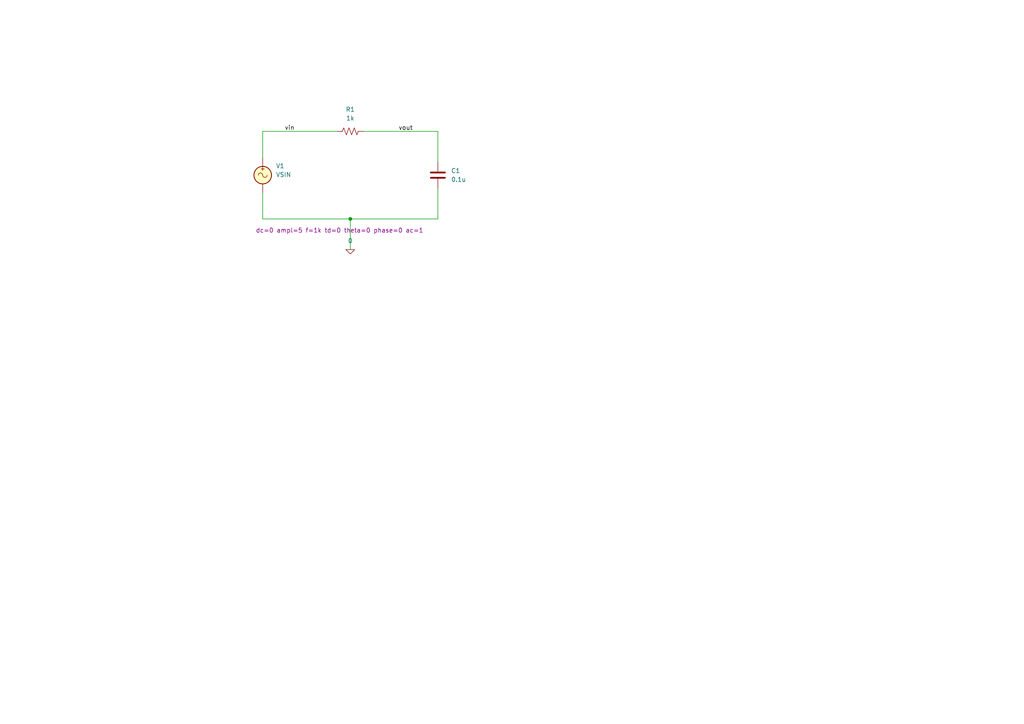
<source format=kicad_sch>
(kicad_sch (version 20250114) (generator "eeschema") (generator_version "9.0")
  (paper "A4")
  (lib_symbols
    (symbol "Device:C" (pin_numbers (hide yes)) (pin_names (offset 0.254))
      (property "Reference" "C" (at 0.635 2.54 0))
      (property "Value" "C" (at 0.635 -2.54 0))
      (symbol "C_0_1"
        (polyline (pts (xy -2.032 0.762) (xy 2.032 0.762)) (stroke (width 0.508)))
        (polyline (pts (xy -2.032 -0.762) (xy 2.032 -0.762)) (stroke (width 0.508)))
      )
      (symbol "C_1_1"
        (pin passive line (at 0 3.81 270) (length 2.794) (name "~") (number "1"))
        (pin passive line (at 0 -3.81 90) (length 2.794) (name "~") (number "2"))
      )
    )
    (symbol "Device:R_US" (pin_numbers (hide yes)) (pin_names (offset 0))
      (property "Reference" "R" (at 2.54 0 90))
      (property "Value" "R_US" (at -2.54 0 90))
      (symbol "R_US_0_1"
        (polyline (pts (xy 0 2.286) (xy 0 2.54)))
        (polyline (pts (xy 0 2.286) (xy 1.016 1.905) (xy 0 1.524) (xy -1.016 1.143) (xy 0 0.762)))
        (polyline (pts (xy 0 0.762) (xy 1.016 0.381) (xy 0 0) (xy -1.016 -0.381) (xy 0 -0.762)))
        (polyline (pts (xy 0 -0.762) (xy 1.016 -1.143) (xy 0 -1.524) (xy -1.016 -1.905) (xy 0 -2.286)))
        (polyline (pts (xy 0 -2.286) (xy 0 -2.54)))
      )
      (symbol "R_US_1_1"
        (pin passive line (at 0 3.81 270) (length 1.27) (name "~") (number "1"))
        (pin passive line (at 0 -3.81 90) (length 1.27) (name "~") (number "2"))
      )
    )
    (symbol "Simulation_SPICE:0" (power) (pin_numbers (hide yes)) (pin_names (offset 0) (hide yes))
      (property "Value" "0" (at 0 -2.54 0))
      (symbol "0_0_1"
        (polyline (pts (xy -1.27 0) (xy 0 -1.27) (xy 1.27 0) (xy -1.27 0)))
      )
      (symbol "0_1_1"
        (pin power_in line (at 0 0 0) (length 0) (name "~") (number "1"))
      )
    )
    (symbol "Simulation_SPICE:VSIN" (pin_numbers (hide yes)) (pin_names (offset 0.0254))
      (property "Reference" "V" (at 2.54 2.54 0))
      (property "Value" "VSIN" (at 2.54 0 0))
      (property "Sim.Params" "dc=0 ampl=1 f=1k ac=1" (at 2.54 -2.54 0))
      (symbol "VSIN_0_0"
        (arc (start -1.27 0) (mid -0.635 0.6323) (end 0 0))
        (arc (start 1.27 0) (mid 0.635 -0.6323) (end 0 0))
        (text "+" (at 0 1.905 0) (effects (font (size 1.27 1.27))))
      )
      (symbol "VSIN_0_1"
        (circle (center 0 0) (radius 2.54) (stroke (width 0.254)) (fill (type background)))
      )
      (symbol "VSIN_1_1"
        (pin passive line (at 0 5.08 270) (length 2.54) (name "~") (number "1"))
        (pin passive line (at 0 -5.08 90) (length 2.54) (name "~") (number "2"))
      )
    )
  )
  (junction (at 101.6 63.5))
  (wire (pts (xy 105.41 38.1) (xy 127 38.1)))
  (wire (pts (xy 76.2 38.1) (xy 97.79 38.1)))
  (wire (pts (xy 76.2 45.72) (xy 76.2 38.1)))
  (wire (pts (xy 127 38.1) (xy 127 46.99)))
  (wire (pts (xy 101.6 63.5) (xy 101.6 72.39)))
  (wire (pts (xy 127 54.61) (xy 127 63.5)))
  (wire (pts (xy 101.6 63.5) (xy 76.2 63.5)))
  (wire (pts (xy 76.2 55.88) (xy 76.2 63.5)))
  (wire (pts (xy 127 63.5) (xy 101.6 63.5)))
  (label "vin" (at 82.55 38.1 0))
  (label "vout" (at 115.57 38.1 0))
  (symbol (lib_id "Simulation_SPICE:VSIN") (at 76.2 50.8 0) (unit 1)
    (property "Reference" "V1" (at 80.01 48.1301 0) (effects (justify left)))
    (property "Value" "VSIN" (at 80.01 50.6701 0) (effects (justify left)))
    (property "Datasheet" "https://ngspice.sourceforge.io/docs/ngspice-html-manual/manual.xhtml#sec_Independent_Sources_for" (effects (hide yes)))
    (property "Description" "Voltage source, sinusoidal" (effects (hide yes)))
    (property "Sim.Pins" "1=+ 2=-" (effects (hide yes)))
    (property "Sim.Params" "dc=0 ampl=5 f=1k td=0 theta=0 phase=0 ac=1" (at 74.168 66.802 0) (effects (justify left)))
    (property "Sim.Type" "SIN" (effects (hide yes)))
    (property "Sim.Device" "V" (effects (hide yes)))
  )
  (symbol (lib_id "Device:R_US") (at 101.6 38.1 90) (unit 1)
    (property "Reference" "R1" (at 101.6 31.75 90))
    (property "Value" "1k" (at 101.6 34.29 90))
    (property "Description" "Resistor, US symbol" (effects (hide yes)))
  )
  (symbol (lib_id "Simulation_SPICE:0") (at 101.6 72.39 0) (unit 1)
    (property "Reference" "#GND01" (effects (hide yes)))
    (property "Value" "0" (at 101.6 69.85 0))
    (property "Datasheet" "https://ngspice.sourceforge.io/docs/ngspice-html-manual/manual.xhtml#subsec_Circuit_elements__device" (effects (hide yes)))
    (property "Description" "0V reference potential for simulation" (effects (hide yes)))
  )
  (symbol (lib_id "Device:C") (at 127 50.8 0) (unit 1)
    (property "Reference" "C1" (at 130.81 49.5299 0) (effects (justify left)))
    (property "Value" "0.1u" (at 130.81 52.0699 0) (effects (justify left)))
    (property "Description" "Unpolarized capacitor" (effects (hide yes)))
  )
)
</source>
